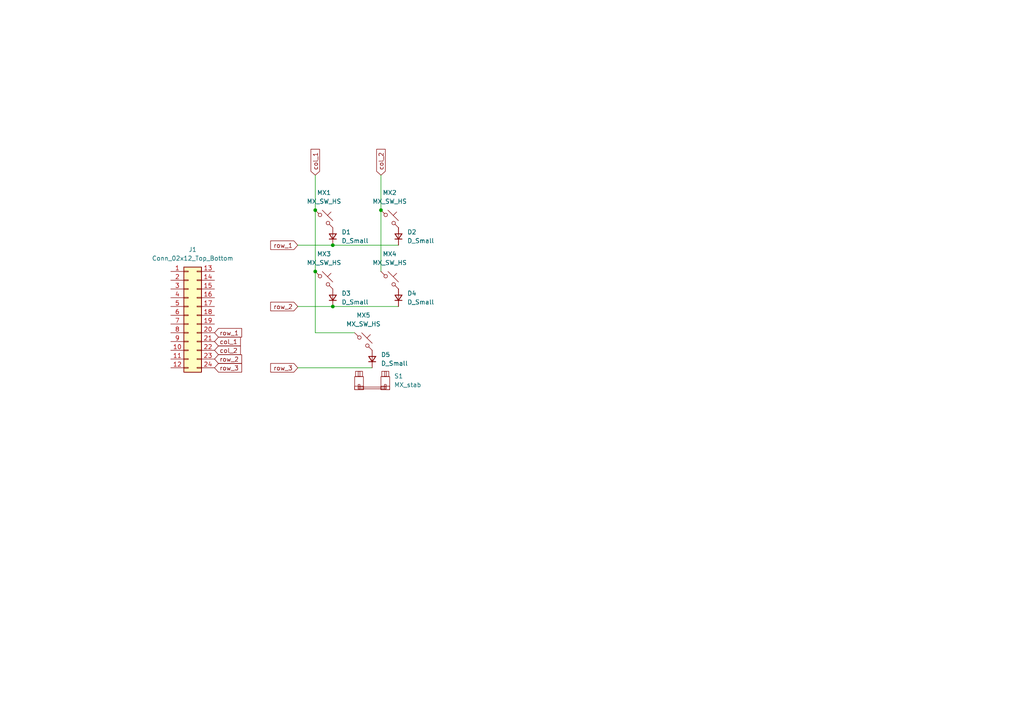
<source format=kicad_sch>
(kicad_sch (version 20250114) (generator "eeschema") (generator_version "9.0")
  (paper "A4")
  (lib_symbols
    (symbol "Connector_Generic:Conn_02x12_Top_Bottom" (pin_names (offset 1.016) (hide yes))
      (property "Reference" "J" (at 1.27 15.24 0))
      (property "Value" "Conn_02x12_Top_Bottom" (at 1.27 -17.78 0))
      (symbol "Conn_02x12_Top_Bottom_1_1"
        (rectangle (start -1.27 13.97) (end 3.81 -16.51) (stroke (width 0.254)) (fill (type background)))
        (rectangle (start -1.27 12.827) (end 0 12.573) (stroke (width 0.1524)))
        (rectangle (start -1.27 10.287) (end 0 10.033) (stroke (width 0.1524)))
        (rectangle (start -1.27 7.747) (end 0 7.493) (stroke (width 0.1524)))
        (rectangle (start -1.27 5.207) (end 0 4.953) (stroke (width 0.1524)))
        (rectangle (start -1.27 2.667) (end 0 2.413) (stroke (width 0.1524)))
        (rectangle (start -1.27 0.127) (end 0 -0.127) (stroke (width 0.1524)))
        (rectangle (start -1.27 -2.413) (end 0 -2.667) (stroke (width 0.1524)))
        (rectangle (start -1.27 -4.953) (end 0 -5.207) (stroke (width 0.1524)))
        (rectangle (start -1.27 -7.493) (end 0 -7.747) (stroke (width 0.1524)))
        (rectangle (start -1.27 -10.033) (end 0 -10.287) (stroke (width 0.1524)))
        (rectangle (start -1.27 -12.573) (end 0 -12.827) (stroke (width 0.1524)))
        (rectangle (start -1.27 -15.113) (end 0 -15.367) (stroke (width 0.1524)))
        (rectangle (start 3.81 12.827) (end 2.54 12.573) (stroke (width 0.1524)))
        (rectangle (start 3.81 10.287) (end 2.54 10.033) (stroke (width 0.1524)))
        (rectangle (start 3.81 7.747) (end 2.54 7.493) (stroke (width 0.1524)))
        (rectangle (start 3.81 5.207) (end 2.54 4.953) (stroke (width 0.1524)))
        (rectangle (start 3.81 2.667) (end 2.54 2.413) (stroke (width 0.1524)))
        (rectangle (start 3.81 0.127) (end 2.54 -0.127) (stroke (width 0.1524)))
        (rectangle (start 3.81 -2.413) (end 2.54 -2.667) (stroke (width 0.1524)))
        (rectangle (start 3.81 -4.953) (end 2.54 -5.207) (stroke (width 0.1524)))
        (rectangle (start 3.81 -7.493) (end 2.54 -7.747) (stroke (width 0.1524)))
        (rectangle (start 3.81 -10.033) (end 2.54 -10.287) (stroke (width 0.1524)))
        (rectangle (start 3.81 -12.573) (end 2.54 -12.827) (stroke (width 0.1524)))
        (rectangle (start 3.81 -15.113) (end 2.54 -15.367) (stroke (width 0.1524)))
        (pin passive line (at -5.08 12.7 0) (length 3.81) (name "Pin_1") (number "1"))
        (pin passive line (at -5.08 10.16 0) (length 3.81) (name "Pin_2") (number "2"))
        (pin passive line (at -5.08 7.62 0) (length 3.81) (name "Pin_3") (number "3"))
        (pin passive line (at -5.08 5.08 0) (length 3.81) (name "Pin_4") (number "4"))
        (pin passive line (at -5.08 2.54 0) (length 3.81) (name "Pin_5") (number "5"))
        (pin passive line (at -5.08 0 0) (length 3.81) (name "Pin_6") (number "6"))
        (pin passive line (at -5.08 -2.54 0) (length 3.81) (name "Pin_7") (number "7"))
        (pin passive line (at -5.08 -5.08 0) (length 3.81) (name "Pin_8") (number "8"))
        (pin passive line (at -5.08 -7.62 0) (length 3.81) (name "Pin_9") (number "9"))
        (pin passive line (at -5.08 -10.16 0) (length 3.81) (name "Pin_10") (number "10"))
        (pin passive line (at -5.08 -12.7 0) (length 3.81) (name "Pin_11") (number "11"))
        (pin passive line (at -5.08 -15.24 0) (length 3.81) (name "Pin_12") (number "12"))
        (pin passive line (at 7.62 12.7 180) (length 3.81) (name "Pin_13") (number "13"))
        (pin passive line (at 7.62 10.16 180) (length 3.81) (name "Pin_14") (number "14"))
        (pin passive line (at 7.62 7.62 180) (length 3.81) (name "Pin_15") (number "15"))
        (pin passive line (at 7.62 5.08 180) (length 3.81) (name "Pin_16") (number "16"))
        (pin passive line (at 7.62 2.54 180) (length 3.81) (name "Pin_17") (number "17"))
        (pin passive line (at 7.62 0 180) (length 3.81) (name "Pin_18") (number "18"))
        (pin passive line (at 7.62 -2.54 180) (length 3.81) (name "Pin_19") (number "19"))
        (pin passive line (at 7.62 -5.08 180) (length 3.81) (name "Pin_20") (number "20"))
        (pin passive line (at 7.62 -7.62 180) (length 3.81) (name "Pin_21") (number "21"))
        (pin passive line (at 7.62 -10.16 180) (length 3.81) (name "Pin_22") (number "22"))
        (pin passive line (at 7.62 -12.7 180) (length 3.81) (name "Pin_23") (number "23"))
        (pin passive line (at 7.62 -15.24 180) (length 3.81) (name "Pin_24") (number "24"))
      )
    )
    (symbol "Device:D_Small" (pin_numbers (hide yes)) (pin_names (offset 0.254) (hide yes))
      (property "Reference" "D" (at -1.27 2.032 0))
      (property "Value" "D_Small" (at -3.81 -2.032 0))
      (symbol "D_Small_0_1"
        (polyline (pts (xy -0.762 0) (xy 0.762 0)))
        (polyline (pts (xy -0.762 -1.016) (xy -0.762 1.016)) (stroke (width 0.254)))
        (polyline (pts (xy 0.762 -1.016) (xy -0.762 0) (xy 0.762 1.016) (xy 0.762 -1.016)) (stroke (width 0.254)))
      )
      (symbol "D_Small_1_1"
        (pin passive line (at -2.54 0 0) (length 1.778) (name "K") (number "1"))
        (pin passive line (at 2.54 0 180) (length 1.778) (name "A") (number "2"))
      )
    )
    (symbol "PCM_marbastlib-mx:MX_SW_HS_CPG151101S11" (pin_numbers (hide yes)) (pin_names (offset 1.016) (hide yes))
      (property "Reference" "MX" (at 3.048 1.016 0))
      (property "Value" "MX_SW_HS" (at 0 -3.81 0))
      (symbol "MX_SW_HS_CPG151101S11_0_1"
        (polyline (pts (xy -2.54 2.54) (xy -1.524 1.524) (xy -1.524 1.524)))
        (circle (center -1.1684 1.1684) (radius 0.508))
        (polyline (pts (xy -0.508 2.54) (xy 2.54 -0.508)))
        (polyline (pts (xy 1.016 1.016) (xy 2.032 2.032)))
        (circle (center 1.143 -1.1938) (radius 0.508))
        (polyline (pts (xy 1.524 -1.524) (xy 2.54 -2.54) (xy 2.54 -2.54) (xy 2.54 -2.54)))
        (pin passive line (at -2.54 2.54 0) (length 0) (name "1") (number "1"))
        (pin passive line (at 2.54 -2.54 180) (length 0) (name "2") (number "2"))
      )
    )
    (symbol "PCM_marbastlib-mx:MX_stab" (pin_names (offset 1.016))
      (property "Reference" "S" (at -5.08 6.35 0))
      (property "Value" "MX_stab" (at -5.08 3.81 0))
      (symbol "MX_stab_0_1"
        (rectangle (start -5.08 1.27) (end -2.54 -2.54))
        (rectangle (start -5.08 -1.524) (end -2.54 -2.54))
        (rectangle (start -4.826 2.794) (end -2.794 1.27))
        (rectangle (start -4.064 1.27) (end -3.556 2.794))
        (rectangle (start -4.064 -1.778) (end 4.064 -2.286))
        (rectangle (start -4.064 -2.286) (end -3.556 -1.016))
        (rectangle (start 2.54 1.27) (end 5.08 -2.54))
        (rectangle (start 2.54 -1.524) (end 5.08 -2.54))
        (rectangle (start 2.794 2.794) (end 4.826 1.27))
        (rectangle (start 3.556 1.27) (end 4.064 2.794))
        (rectangle (start 4.064 -2.286) (end 3.556 -1.016))
      )
    )
  )
  (junction (at 91.44 60.96))
  (junction (at 110.49 60.96))
  (junction (at 91.44 78.74))
  (junction (at 96.52 71.12))
  (junction (at 96.52 88.9))
  (wire (pts (xy 96.52 88.9) (xy 115.57 88.9)))
  (wire (pts (xy 91.44 78.74) (xy 91.44 60.96)))
  (wire (pts (xy 91.44 50.8) (xy 91.44 60.96)))
  (wire (pts (xy 86.36 71.12) (xy 96.52 71.12)))
  (wire (pts (xy 110.49 50.8) (xy 110.49 60.96)))
  (wire (pts (xy 96.52 71.12) (xy 115.57 71.12)))
  (wire (pts (xy 91.44 96.52) (xy 91.44 78.74)))
  (wire (pts (xy 110.49 60.96) (xy 110.49 78.74)))
  (wire (pts (xy 102.87 96.52) (xy 91.44 96.52)))
  (wire (pts (xy 86.36 88.9) (xy 96.52 88.9)))
  (wire (pts (xy 86.36 106.68) (xy 107.95 106.68)))
  (global_label "col_1" (shape input) (at 91.44 50.8 90) (property "Intersheetrefs" "${INTERSHEET_REFS}" (effects (hide yes))))
  (global_label "col_2" (shape input) (at 62.23 101.6 0) (property "Intersheetrefs" "${INTERSHEET_REFS}" (effects (hide yes))))
  (global_label "row_3" (shape input) (at 62.23 106.68 0) (property "Intersheetrefs" "${INTERSHEET_REFS}" (effects (hide yes))))
  (global_label "row_1" (shape input) (at 62.23 96.52 0) (property "Intersheetrefs" "${INTERSHEET_REFS}" (effects (hide yes))))
  (global_label "row_1" (shape input) (at 86.36 71.12 180) (property "Intersheetrefs" "${INTERSHEET_REFS}" (effects (hide yes))))
  (global_label "row_2" (shape input) (at 62.23 104.14 0) (property "Intersheetrefs" "${INTERSHEET_REFS}" (effects (hide yes))))
  (global_label "row_2" (shape input) (at 86.36 88.9 180) (property "Intersheetrefs" "${INTERSHEET_REFS}" (effects (hide yes))))
  (global_label "row_3" (shape input) (at 86.36 106.68 180) (property "Intersheetrefs" "${INTERSHEET_REFS}" (effects (hide yes))))
  (global_label "col_2" (shape input) (at 110.49 50.8 90) (property "Intersheetrefs" "${INTERSHEET_REFS}" (effects (hide yes))))
  (global_label "col_1" (shape input) (at 62.23 99.06 0) (property "Intersheetrefs" "${INTERSHEET_REFS}" (effects (hide yes))))
  (symbol (lib_id "Device:D_Small") (at 107.95 104.14 90) (unit 1)
    (property "Reference" "D5" (at 110.49 102.8699 90) (effects (justify right)))
    (property "Value" "D_Small" (at 110.49 105.4099 90) (effects (justify right)))
    (property "Footprint" "Diode_SMD:D_SOD-123" (effects (hide yes)))
    (property "Description" "Diode, small symbol" (effects (hide yes)))
    (property "Sim.Device" "D" (effects (hide yes)))
    (property "Sim.Pins" "1=K 2=A" (effects (hide yes)))
  )
  (symbol (lib_id "PCM_marbastlib-mx:MX_SW_HS_CPG151101S11") (at 113.03 81.28 0) (unit 1)
    (property "Reference" "MX4" (at 113.03 73.66 0))
    (property "Value" "MX_SW_HS" (at 113.03 76.2 0))
    (property "Footprint" "PCM_marbastlib-mx:SW_MX_HS_CPG151101S11_1u" (effects (hide yes)))
    (property "Description" "Push button switch, normally open, two pins, 45° tilted, Kailh CPG151101S11 for Cherry MX style switches" (effects (hide yes)))
  )
  (symbol (lib_id "PCM_marbastlib-mx:MX_SW_HS_CPG151101S11") (at 105.41 99.06 0) (unit 1)
    (property "Reference" "MX5" (at 105.41 91.44 0))
    (property "Value" "MX_SW_HS" (at 105.41 93.98 0))
    (property "Footprint" "PCM_marbastlib-mx:SW_MX_HS_CPG151101S11_1u" (effects (hide yes)))
    (property "Description" "Push button switch, normally open, two pins, 45° tilted, Kailh CPG151101S11 for Cherry MX style switches" (effects (hide yes)))
  )
  (symbol (lib_id "Device:D_Small") (at 115.57 68.58 90) (unit 1)
    (property "Reference" "D2" (at 118.11 67.3099 90) (effects (justify right)))
    (property "Value" "D_Small" (at 118.11 69.8499 90) (effects (justify right)))
    (property "Footprint" "Diode_SMD:D_SOD-123" (effects (hide yes)))
    (property "Description" "Diode, small symbol" (effects (hide yes)))
    (property "Sim.Device" "D" (effects (hide yes)))
    (property "Sim.Pins" "1=K 2=A" (effects (hide yes)))
  )
  (symbol (lib_id "PCM_marbastlib-mx:MX_SW_HS_CPG151101S11") (at 93.98 81.28 0) (unit 1)
    (property "Reference" "MX3" (at 93.98 73.66 0))
    (property "Value" "MX_SW_HS" (at 93.98 76.2 0))
    (property "Footprint" "PCM_marbastlib-mx:SW_MX_HS_CPG151101S11_1u" (effects (hide yes)))
    (property "Description" "Push button switch, normally open, two pins, 45° tilted, Kailh CPG151101S11 for Cherry MX style switches" (effects (hide yes)))
  )
  (symbol (lib_id "PCM_marbastlib-mx:MX_SW_HS_CPG151101S11") (at 113.03 63.5 0) (unit 1)
    (property "Reference" "MX2" (at 113.03 55.88 0))
    (property "Value" "MX_SW_HS" (at 113.03 58.42 0))
    (property "Footprint" "PCM_marbastlib-mx:SW_MX_HS_CPG151101S11_1u" (effects (hide yes)))
    (property "Description" "Push button switch, normally open, two pins, 45° tilted, Kailh CPG151101S11 for Cherry MX style switches" (effects (hide yes)))
  )
  (symbol (lib_id "PCM_marbastlib-mx:MX_stab") (at 107.95 110.49 0) (unit 1)
    (property "Reference" "S1" (at 114.3 109.0929 0) (effects (justify left)))
    (property "Value" "MX_stab" (at 114.3 111.6329 0) (effects (justify left)))
    (property "Footprint" "PCM_marbastlib-mx:STAB_MX_P_2u" (effects (hide yes)))
    (property "Description" "Cherry MX-style stabilizer" (effects (hide yes)))
  )
  (symbol (lib_id "Device:D_Small") (at 96.52 86.36 90) (unit 1)
    (property "Reference" "D3" (at 99.06 85.0899 90) (effects (justify right)))
    (property "Value" "D_Small" (at 99.06 87.6299 90) (effects (justify right)))
    (property "Footprint" "Diode_SMD:D_SOD-123" (effects (hide yes)))
    (property "Description" "Diode, small symbol" (effects (hide yes)))
    (property "Sim.Device" "D" (effects (hide yes)))
    (property "Sim.Pins" "1=K 2=A" (effects (hide yes)))
  )
  (symbol (lib_id "PCM_marbastlib-mx:MX_SW_HS_CPG151101S11") (at 93.98 63.5 0) (unit 1)
    (property "Reference" "MX1" (at 93.98 55.88 0))
    (property "Value" "MX_SW_HS" (at 93.98 58.42 0))
    (property "Footprint" "PCM_marbastlib-mx:SW_MX_HS_CPG151101S11_1u" (effects (hide yes)))
    (property "Description" "Push button switch, normally open, two pins, 45° tilted, Kailh CPG151101S11 for Cherry MX style switches" (effects (hide yes)))
  )
  (symbol (lib_id "Connector_Generic:Conn_02x12_Top_Bottom") (at 54.61 91.44 0) (unit 1)
    (property "Reference" "J1" (at 55.88 72.39 0))
    (property "Value" "Conn_02x12_Top_Bottom" (at 55.88 74.93 0))
    (property "Footprint" "PCM_marbastlib-xp-promicroish:ProMicro_USBup" (effects (hide yes)))
    (property "Description" "Generic connector, double row, 02x12, top/bottom pin numbering scheme (row 1: 1...pins_per_row, row2: pins_per_row+1 ... num_pins), script generated (kicad-library-utils/schlib/autogen/connector/)" (effects (hide yes)))
  )
  (symbol (lib_id "Device:D_Small") (at 115.57 86.36 90) (unit 1)
    (property "Reference" "D4" (at 118.11 85.0899 90) (effects (justify right)))
    (property "Value" "D_Small" (at 118.11 87.6299 90) (effects (justify right)))
    (property "Footprint" "Diode_SMD:D_SOD-123" (effects (hide yes)))
    (property "Description" "Diode, small symbol" (effects (hide yes)))
    (property "Sim.Device" "D" (effects (hide yes)))
    (property "Sim.Pins" "1=K 2=A" (effects (hide yes)))
  )
  (symbol (lib_id "Device:D_Small") (at 96.52 68.58 90) (unit 1)
    (property "Reference" "D1" (at 99.06 67.3099 90) (effects (justify right)))
    (property "Value" "D_Small" (at 99.06 69.8499 90) (effects (justify right)))
    (property "Footprint" "Diode_SMD:D_SOD-123" (effects (hide yes)))
    (property "Description" "Diode, small symbol" (effects (hide yes)))
    (property "Sim.Device" "D" (effects (hide yes)))
    (property "Sim.Pins" "1=K 2=A" (effects (hide yes)))
  )
)
</source>
